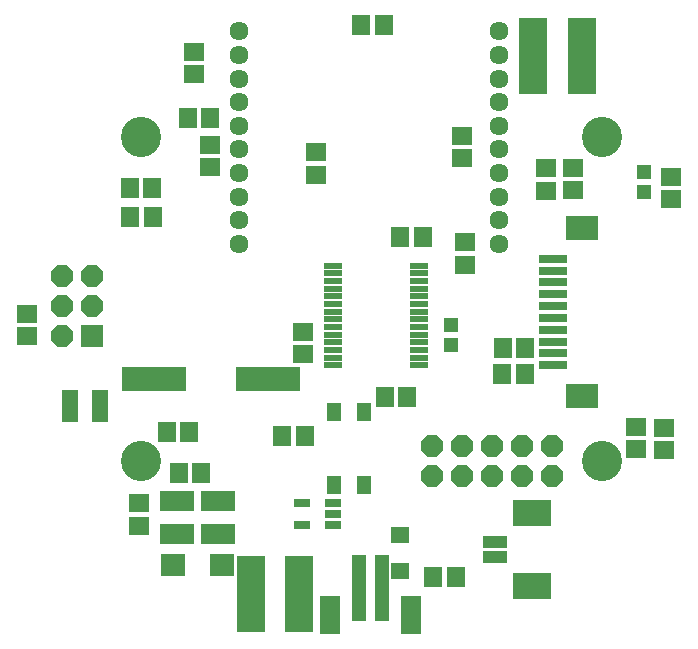
<source format=gts>
G75*
G70*
%OFA0B0*%
%FSLAX24Y24*%
%IPPOS*%
%LPD*%
%AMOC8*
5,1,8,0,0,1.08239X$1,22.5*
%
%ADD10C,0.1340*%
%ADD11R,0.0720X0.0720*%
%ADD12OC8,0.0720*%
%ADD13R,0.0946X0.2560*%
%ADD14R,0.0552X0.0297*%
%ADD15R,0.0592X0.0671*%
%ADD16R,0.1143X0.0710*%
%ADD17R,0.0671X0.0592*%
%ADD18R,0.0631X0.0552*%
%ADD19R,0.0474X0.0513*%
%ADD20C,0.0635*%
%ADD21R,0.0946X0.0316*%
%ADD22R,0.1104X0.0789*%
%ADD23R,0.0513X0.0631*%
%ADD24R,0.0789X0.0395*%
%ADD25R,0.1261X0.0907*%
%ADD26R,0.0580X0.1080*%
%ADD27R,0.0630X0.0217*%
%ADD28R,0.2180X0.0840*%
%ADD29R,0.0789X0.0749*%
%ADD30R,0.0710X0.1261*%
%ADD31R,0.0474X0.2245*%
D10*
X004862Y006830D03*
X004862Y017657D03*
X020216Y017657D03*
X020216Y006830D03*
D11*
X003220Y010996D03*
D12*
X003220Y011996D03*
X003220Y012996D03*
X002220Y012996D03*
X002220Y011996D03*
X002220Y010996D03*
X014547Y007330D03*
X014547Y006330D03*
X015547Y006330D03*
X015547Y007330D03*
X016547Y007330D03*
X016547Y006330D03*
X017547Y006330D03*
X018547Y006330D03*
X018547Y007330D03*
X017547Y007330D03*
D13*
X010126Y002425D03*
X008511Y002425D03*
X017921Y020330D03*
X019535Y020330D03*
D14*
X011252Y005452D03*
X011252Y005078D03*
X011252Y004704D03*
X010228Y004704D03*
X010228Y005452D03*
D15*
X010314Y007673D03*
X009566Y007673D03*
X006858Y006433D03*
X006110Y006433D03*
X006464Y007811D03*
X005716Y007811D03*
X005244Y014976D03*
X004496Y014976D03*
X004476Y015940D03*
X005224Y015940D03*
X006409Y018291D03*
X007157Y018291D03*
X012192Y021374D03*
X012940Y021374D03*
X013488Y014295D03*
X014236Y014295D03*
X016917Y010606D03*
X017665Y010606D03*
X017645Y009740D03*
X016897Y009740D03*
X013732Y008980D03*
X012984Y008980D03*
X014598Y002976D03*
X015346Y002976D03*
D16*
X007409Y004401D03*
X007409Y005503D03*
X006055Y005527D03*
X006055Y004425D03*
D17*
X004783Y004689D03*
X004783Y005437D03*
X001039Y010996D03*
X001039Y011744D03*
X007149Y016641D03*
X007149Y017389D03*
X006610Y019736D03*
X006610Y020484D03*
X010673Y017133D03*
X010673Y016385D03*
X015566Y016940D03*
X015566Y017689D03*
X018362Y016606D03*
X018362Y015858D03*
X019255Y015874D03*
X019255Y016622D03*
X022523Y016326D03*
X022523Y015578D03*
X015665Y014137D03*
X015665Y013389D03*
X010259Y011149D03*
X010259Y010401D03*
X021342Y007976D03*
X021342Y007228D03*
X022287Y007196D03*
X022287Y007944D03*
D18*
X013492Y004374D03*
X013492Y003192D03*
D19*
X015192Y010700D03*
X015192Y011370D03*
X021610Y015799D03*
X021610Y016468D03*
D20*
X016791Y016444D03*
X016791Y015657D03*
X016791Y014870D03*
X016791Y014082D03*
X016791Y017232D03*
X016791Y018019D03*
X016791Y018807D03*
X016791Y019594D03*
X016791Y020381D03*
X016791Y021169D03*
X008129Y021169D03*
X008129Y020381D03*
X008129Y019594D03*
X008129Y018807D03*
X008129Y018019D03*
X008129Y017232D03*
X008129Y016444D03*
X008129Y015657D03*
X008129Y014870D03*
X008129Y014082D03*
D21*
X018598Y013582D03*
X018598Y013189D03*
X018598Y012795D03*
X018598Y012401D03*
X018598Y012007D03*
X018598Y011614D03*
X018598Y011220D03*
X018598Y010826D03*
X018598Y010433D03*
X018598Y010039D03*
D22*
X019543Y009015D03*
X019543Y014606D03*
D23*
X012283Y008492D03*
X011283Y008492D03*
X011283Y006051D03*
X012283Y006051D03*
D24*
X016665Y004143D03*
X016665Y003651D03*
D25*
X017895Y002667D03*
X017895Y005127D03*
D26*
X003496Y008692D03*
X002496Y008692D03*
D27*
X011249Y010033D03*
X011249Y010289D03*
X011249Y010545D03*
X011249Y010801D03*
X011249Y011057D03*
X011249Y011313D03*
X011249Y011568D03*
X011249Y011824D03*
X011249Y012080D03*
X011249Y012336D03*
X011249Y012592D03*
X011249Y012848D03*
X011249Y013104D03*
X011249Y013360D03*
X014128Y013360D03*
X014128Y013104D03*
X014128Y012848D03*
X014128Y012592D03*
X014128Y012336D03*
X014128Y012080D03*
X014128Y011824D03*
X014128Y011568D03*
X014128Y011313D03*
X014128Y011057D03*
X014128Y010801D03*
X014128Y010545D03*
X014128Y010289D03*
X014128Y010033D03*
D28*
X009081Y009594D03*
X005281Y009594D03*
D29*
X005921Y003374D03*
X007535Y003374D03*
D30*
X011161Y001724D03*
X013838Y001724D03*
D31*
X012893Y002618D03*
X012106Y002618D03*
M02*

</source>
